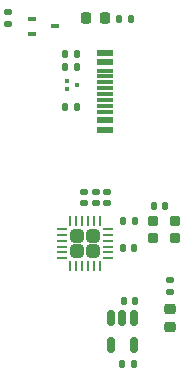
<source format=gbr>
%TF.GenerationSoftware,KiCad,Pcbnew,6.0.1-79c1e3a40b~116~ubuntu20.04.1*%
%TF.CreationDate,2022-02-18T15:29:32+02:00*%
%TF.ProjectId,colorlight-usb-phy-pmod,636f6c6f-726c-4696-9768-742d7573622d,rev?*%
%TF.SameCoordinates,Original*%
%TF.FileFunction,Paste,Top*%
%TF.FilePolarity,Positive*%
%FSLAX46Y46*%
G04 Gerber Fmt 4.6, Leading zero omitted, Abs format (unit mm)*
G04 Created by KiCad (PCBNEW 6.0.1-79c1e3a40b~116~ubuntu20.04.1) date 2022-02-18 15:29:32*
%MOMM*%
%LPD*%
G01*
G04 APERTURE LIST*
G04 Aperture macros list*
%AMRoundRect*
0 Rectangle with rounded corners*
0 $1 Rounding radius*
0 $2 $3 $4 $5 $6 $7 $8 $9 X,Y pos of 4 corners*
0 Add a 4 corners polygon primitive as box body*
4,1,4,$2,$3,$4,$5,$6,$7,$8,$9,$2,$3,0*
0 Add four circle primitives for the rounded corners*
1,1,$1+$1,$2,$3*
1,1,$1+$1,$4,$5*
1,1,$1+$1,$6,$7*
1,1,$1+$1,$8,$9*
0 Add four rect primitives between the rounded corners*
20,1,$1+$1,$2,$3,$4,$5,0*
20,1,$1+$1,$4,$5,$6,$7,0*
20,1,$1+$1,$6,$7,$8,$9,0*
20,1,$1+$1,$8,$9,$2,$3,0*%
G04 Aperture macros list end*
%ADD10RoundRect,0.150000X-0.150000X0.512500X-0.150000X-0.512500X0.150000X-0.512500X0.150000X0.512500X0*%
%ADD11RoundRect,0.140000X-0.140000X-0.170000X0.140000X-0.170000X0.140000X0.170000X-0.140000X0.170000X0*%
%ADD12RoundRect,0.250000X-0.315000X0.315000X-0.315000X-0.315000X0.315000X-0.315000X0.315000X0.315000X0*%
%ADD13RoundRect,0.062500X-0.062500X0.350000X-0.062500X-0.350000X0.062500X-0.350000X0.062500X0.350000X0*%
%ADD14RoundRect,0.062500X-0.350000X0.062500X-0.350000X-0.062500X0.350000X-0.062500X0.350000X0.062500X0*%
%ADD15RoundRect,0.135000X-0.135000X-0.185000X0.135000X-0.185000X0.135000X0.185000X-0.135000X0.185000X0*%
%ADD16RoundRect,0.140000X0.170000X-0.140000X0.170000X0.140000X-0.170000X0.140000X-0.170000X-0.140000X0*%
%ADD17RoundRect,0.218750X-0.218750X-0.256250X0.218750X-0.256250X0.218750X0.256250X-0.218750X0.256250X0*%
%ADD18RoundRect,0.200000X-0.250000X0.200000X-0.250000X-0.200000X0.250000X-0.200000X0.250000X0.200000X0*%
%ADD19RoundRect,0.135000X-0.185000X0.135000X-0.185000X-0.135000X0.185000X-0.135000X0.185000X0.135000X0*%
%ADD20R,1.450000X0.600000*%
%ADD21R,1.450000X0.300000*%
%ADD22RoundRect,0.135000X0.135000X0.185000X-0.135000X0.185000X-0.135000X-0.185000X0.135000X-0.185000X0*%
%ADD23RoundRect,0.140000X0.140000X0.170000X-0.140000X0.170000X-0.140000X-0.170000X0.140000X-0.170000X0*%
%ADD24R,0.300000X0.300000*%
%ADD25R,0.700000X0.450000*%
%ADD26RoundRect,0.218750X0.256250X-0.218750X0.256250X0.218750X-0.256250X0.218750X-0.256250X-0.218750X0*%
%ADD27RoundRect,0.140000X-0.170000X0.140000X-0.170000X-0.140000X0.170000X-0.140000X0.170000X0.140000X0*%
%ADD28RoundRect,0.135000X0.185000X-0.135000X0.185000X0.135000X-0.185000X0.135000X-0.185000X-0.135000X0*%
G04 APERTURE END LIST*
D10*
%TO.C,U3*%
X56120000Y-113587500D03*
X54220000Y-113587500D03*
X54220000Y-111312500D03*
X55170000Y-111312500D03*
X56120000Y-111312500D03*
%TD*%
D11*
%TO.C,C7*%
X56125000Y-115225000D03*
X55165000Y-115225000D03*
%TD*%
%TO.C,C6*%
X55290000Y-109900000D03*
X56250000Y-109900000D03*
%TD*%
D12*
%TO.C,U1*%
X52650000Y-104350000D03*
X52650000Y-105650000D03*
X51350000Y-104350000D03*
X51350000Y-105650000D03*
D13*
X53250000Y-103062500D03*
X52750000Y-103062500D03*
X52250000Y-103062500D03*
X51750000Y-103062500D03*
X51250000Y-103062500D03*
X50750000Y-103062500D03*
D14*
X50062500Y-103750000D03*
X50062500Y-104250000D03*
X50062500Y-104750000D03*
X50062500Y-105250000D03*
X50062500Y-105750000D03*
X50062500Y-106250000D03*
D13*
X50750000Y-106937500D03*
X51250000Y-106937500D03*
X51750000Y-106937500D03*
X52250000Y-106937500D03*
X52750000Y-106937500D03*
X53250000Y-106937500D03*
D14*
X53937500Y-106250000D03*
X53937500Y-105750000D03*
X53937500Y-105250000D03*
X53937500Y-104750000D03*
X53937500Y-104250000D03*
X53937500Y-103750000D03*
%TD*%
D15*
%TO.C,R2*%
X50320000Y-88950000D03*
X51340000Y-88950000D03*
%TD*%
D16*
%TO.C,C4*%
X53900000Y-101580000D03*
X53900000Y-100620000D03*
%TD*%
D11*
%TO.C,C5*%
X57820000Y-101800000D03*
X58780000Y-101800000D03*
%TD*%
D17*
%TO.C,D2*%
X52112500Y-85900000D03*
X53687500Y-85900000D03*
%TD*%
D16*
%TO.C,C1*%
X51900000Y-101580000D03*
X51900000Y-100620000D03*
%TD*%
D18*
%TO.C,X1*%
X59625000Y-103075000D03*
X57775000Y-103075000D03*
X57775000Y-104525000D03*
X59625000Y-104525000D03*
%TD*%
D15*
%TO.C,R7*%
X54890000Y-86000000D03*
X55910000Y-86000000D03*
%TD*%
D19*
%TO.C,R6*%
X45500000Y-85390000D03*
X45500000Y-86410000D03*
%TD*%
D20*
%TO.C,P1*%
X53655000Y-95350000D03*
X53655000Y-94550000D03*
D21*
X53655000Y-93350000D03*
X53655000Y-92350000D03*
X53655000Y-91850000D03*
X53655000Y-90850000D03*
D20*
X53655000Y-89650000D03*
X53655000Y-88850000D03*
X53655000Y-88850000D03*
X53655000Y-89650000D03*
D21*
X53655000Y-90350000D03*
X53655000Y-91350000D03*
X53655000Y-92850000D03*
X53655000Y-93850000D03*
D20*
X53655000Y-94550000D03*
X53655000Y-95350000D03*
%TD*%
D22*
%TO.C,R1*%
X56210000Y-103100000D03*
X55190000Y-103100000D03*
%TD*%
D23*
%TO.C,C3*%
X56180000Y-105400000D03*
X55220000Y-105400000D03*
%TD*%
D24*
%TO.C,U2*%
X50513007Y-91224984D03*
X50513007Y-91924984D03*
X51363007Y-91574984D03*
%TD*%
D25*
%TO.C,Q1*%
X47500000Y-85950000D03*
X47500000Y-87250000D03*
X49500000Y-86600000D03*
%TD*%
D22*
%TO.C,R4*%
X51360000Y-90040000D03*
X50340000Y-90040000D03*
%TD*%
D15*
%TO.C,R3*%
X50330000Y-93400000D03*
X51350000Y-93400000D03*
%TD*%
D26*
%TO.C,D1*%
X59200000Y-112087500D03*
X59200000Y-110512500D03*
%TD*%
D27*
%TO.C,C2*%
X52900000Y-100620000D03*
X52900000Y-101580000D03*
%TD*%
D28*
%TO.C,R5*%
X59200000Y-109110000D03*
X59200000Y-108090000D03*
%TD*%
M02*

</source>
